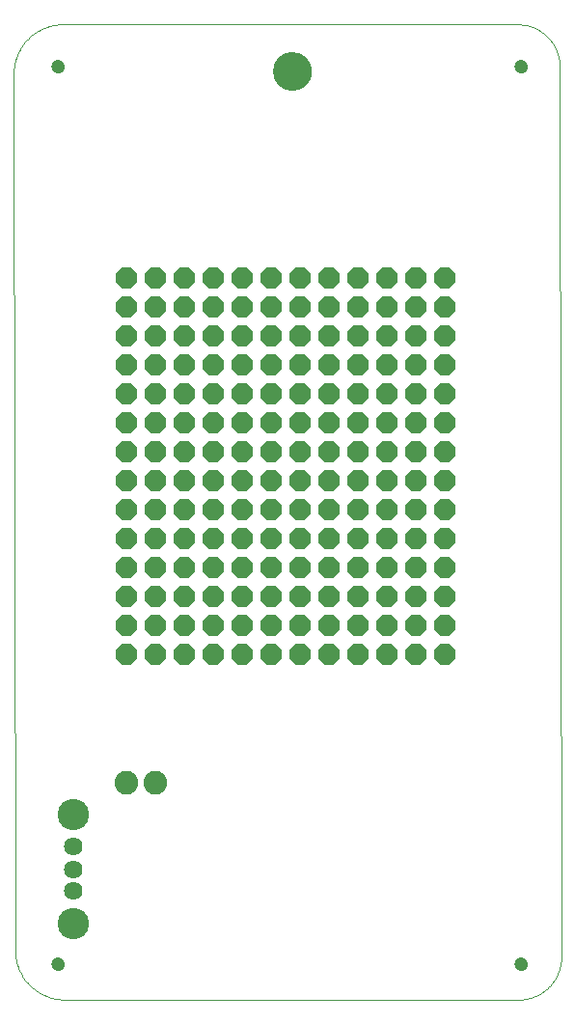
<source format=gbs>
G75*
%MOIN*%
%OFA0B0*%
%FSLAX25Y25*%
%IPPOS*%
%LPD*%
%AMOC8*
5,1,8,0,0,1.08239X$1,22.5*
%
%ADD10C,0.00000*%
%ADD11C,0.13398*%
%ADD12C,0.04737*%
%ADD13C,0.08200*%
%ADD14OC8,0.07100*%
%ADD15C,0.06400*%
%ADD16C,0.10800*%
D10*
X0008809Y0018071D02*
X0008329Y0320837D01*
X0021632Y0323269D02*
X0021634Y0323357D01*
X0021640Y0323445D01*
X0021650Y0323533D01*
X0021664Y0323621D01*
X0021681Y0323707D01*
X0021703Y0323793D01*
X0021728Y0323877D01*
X0021758Y0323961D01*
X0021790Y0324043D01*
X0021827Y0324123D01*
X0021867Y0324202D01*
X0021911Y0324279D01*
X0021958Y0324354D01*
X0022008Y0324426D01*
X0022062Y0324497D01*
X0022118Y0324564D01*
X0022178Y0324630D01*
X0022240Y0324692D01*
X0022306Y0324752D01*
X0022373Y0324808D01*
X0022444Y0324862D01*
X0022516Y0324912D01*
X0022591Y0324959D01*
X0022668Y0325003D01*
X0022747Y0325043D01*
X0022827Y0325080D01*
X0022909Y0325112D01*
X0022993Y0325142D01*
X0023077Y0325167D01*
X0023163Y0325189D01*
X0023249Y0325206D01*
X0023337Y0325220D01*
X0023425Y0325230D01*
X0023513Y0325236D01*
X0023601Y0325238D01*
X0023689Y0325236D01*
X0023777Y0325230D01*
X0023865Y0325220D01*
X0023953Y0325206D01*
X0024039Y0325189D01*
X0024125Y0325167D01*
X0024209Y0325142D01*
X0024293Y0325112D01*
X0024375Y0325080D01*
X0024455Y0325043D01*
X0024534Y0325003D01*
X0024611Y0324959D01*
X0024686Y0324912D01*
X0024758Y0324862D01*
X0024829Y0324808D01*
X0024896Y0324752D01*
X0024962Y0324692D01*
X0025024Y0324630D01*
X0025084Y0324564D01*
X0025140Y0324497D01*
X0025194Y0324426D01*
X0025244Y0324354D01*
X0025291Y0324279D01*
X0025335Y0324202D01*
X0025375Y0324123D01*
X0025412Y0324043D01*
X0025444Y0323961D01*
X0025474Y0323877D01*
X0025499Y0323793D01*
X0025521Y0323707D01*
X0025538Y0323621D01*
X0025552Y0323533D01*
X0025562Y0323445D01*
X0025568Y0323357D01*
X0025570Y0323269D01*
X0025568Y0323181D01*
X0025562Y0323093D01*
X0025552Y0323005D01*
X0025538Y0322917D01*
X0025521Y0322831D01*
X0025499Y0322745D01*
X0025474Y0322661D01*
X0025444Y0322577D01*
X0025412Y0322495D01*
X0025375Y0322415D01*
X0025335Y0322336D01*
X0025291Y0322259D01*
X0025244Y0322184D01*
X0025194Y0322112D01*
X0025140Y0322041D01*
X0025084Y0321974D01*
X0025024Y0321908D01*
X0024962Y0321846D01*
X0024896Y0321786D01*
X0024829Y0321730D01*
X0024758Y0321676D01*
X0024686Y0321626D01*
X0024611Y0321579D01*
X0024534Y0321535D01*
X0024455Y0321495D01*
X0024375Y0321458D01*
X0024293Y0321426D01*
X0024209Y0321396D01*
X0024125Y0321371D01*
X0024039Y0321349D01*
X0023953Y0321332D01*
X0023865Y0321318D01*
X0023777Y0321308D01*
X0023689Y0321302D01*
X0023601Y0321300D01*
X0023513Y0321302D01*
X0023425Y0321308D01*
X0023337Y0321318D01*
X0023249Y0321332D01*
X0023163Y0321349D01*
X0023077Y0321371D01*
X0022993Y0321396D01*
X0022909Y0321426D01*
X0022827Y0321458D01*
X0022747Y0321495D01*
X0022668Y0321535D01*
X0022591Y0321579D01*
X0022516Y0321626D01*
X0022444Y0321676D01*
X0022373Y0321730D01*
X0022306Y0321786D01*
X0022240Y0321846D01*
X0022178Y0321908D01*
X0022118Y0321974D01*
X0022062Y0322041D01*
X0022008Y0322112D01*
X0021958Y0322184D01*
X0021911Y0322259D01*
X0021867Y0322336D01*
X0021827Y0322415D01*
X0021790Y0322495D01*
X0021758Y0322577D01*
X0021728Y0322661D01*
X0021703Y0322745D01*
X0021681Y0322831D01*
X0021664Y0322917D01*
X0021650Y0323005D01*
X0021640Y0323093D01*
X0021634Y0323181D01*
X0021632Y0323269D01*
X0008329Y0320837D02*
X0008334Y0321248D01*
X0008349Y0321659D01*
X0008374Y0322069D01*
X0008408Y0322478D01*
X0008453Y0322887D01*
X0008507Y0323294D01*
X0008572Y0323700D01*
X0008646Y0324104D01*
X0008730Y0324506D01*
X0008823Y0324906D01*
X0008926Y0325304D01*
X0009039Y0325699D01*
X0009161Y0326092D01*
X0009293Y0326481D01*
X0009434Y0326867D01*
X0009584Y0327249D01*
X0009744Y0327628D01*
X0009913Y0328003D01*
X0010090Y0328373D01*
X0010277Y0328739D01*
X0010472Y0329101D01*
X0010676Y0329457D01*
X0010889Y0329809D01*
X0011110Y0330155D01*
X0011339Y0330496D01*
X0011576Y0330832D01*
X0011822Y0331161D01*
X0012075Y0331485D01*
X0012337Y0331802D01*
X0012605Y0332113D01*
X0012882Y0332417D01*
X0013165Y0332714D01*
X0013456Y0333005D01*
X0013753Y0333288D01*
X0014057Y0333565D01*
X0014368Y0333833D01*
X0014685Y0334095D01*
X0015009Y0334348D01*
X0015338Y0334594D01*
X0015674Y0334831D01*
X0016015Y0335060D01*
X0016361Y0335281D01*
X0016713Y0335494D01*
X0017069Y0335698D01*
X0017431Y0335893D01*
X0017797Y0336080D01*
X0018167Y0336257D01*
X0018542Y0336426D01*
X0018921Y0336586D01*
X0019303Y0336736D01*
X0019689Y0336877D01*
X0020078Y0337009D01*
X0020471Y0337131D01*
X0020866Y0337244D01*
X0021264Y0337347D01*
X0021664Y0337440D01*
X0022066Y0337524D01*
X0022470Y0337598D01*
X0022876Y0337663D01*
X0023283Y0337717D01*
X0023692Y0337762D01*
X0024101Y0337796D01*
X0024511Y0337821D01*
X0024922Y0337836D01*
X0025333Y0337841D01*
X0182309Y0337841D01*
X0181632Y0323269D02*
X0181634Y0323357D01*
X0181640Y0323445D01*
X0181650Y0323533D01*
X0181664Y0323621D01*
X0181681Y0323707D01*
X0181703Y0323793D01*
X0181728Y0323877D01*
X0181758Y0323961D01*
X0181790Y0324043D01*
X0181827Y0324123D01*
X0181867Y0324202D01*
X0181911Y0324279D01*
X0181958Y0324354D01*
X0182008Y0324426D01*
X0182062Y0324497D01*
X0182118Y0324564D01*
X0182178Y0324630D01*
X0182240Y0324692D01*
X0182306Y0324752D01*
X0182373Y0324808D01*
X0182444Y0324862D01*
X0182516Y0324912D01*
X0182591Y0324959D01*
X0182668Y0325003D01*
X0182747Y0325043D01*
X0182827Y0325080D01*
X0182909Y0325112D01*
X0182993Y0325142D01*
X0183077Y0325167D01*
X0183163Y0325189D01*
X0183249Y0325206D01*
X0183337Y0325220D01*
X0183425Y0325230D01*
X0183513Y0325236D01*
X0183601Y0325238D01*
X0183689Y0325236D01*
X0183777Y0325230D01*
X0183865Y0325220D01*
X0183953Y0325206D01*
X0184039Y0325189D01*
X0184125Y0325167D01*
X0184209Y0325142D01*
X0184293Y0325112D01*
X0184375Y0325080D01*
X0184455Y0325043D01*
X0184534Y0325003D01*
X0184611Y0324959D01*
X0184686Y0324912D01*
X0184758Y0324862D01*
X0184829Y0324808D01*
X0184896Y0324752D01*
X0184962Y0324692D01*
X0185024Y0324630D01*
X0185084Y0324564D01*
X0185140Y0324497D01*
X0185194Y0324426D01*
X0185244Y0324354D01*
X0185291Y0324279D01*
X0185335Y0324202D01*
X0185375Y0324123D01*
X0185412Y0324043D01*
X0185444Y0323961D01*
X0185474Y0323877D01*
X0185499Y0323793D01*
X0185521Y0323707D01*
X0185538Y0323621D01*
X0185552Y0323533D01*
X0185562Y0323445D01*
X0185568Y0323357D01*
X0185570Y0323269D01*
X0185568Y0323181D01*
X0185562Y0323093D01*
X0185552Y0323005D01*
X0185538Y0322917D01*
X0185521Y0322831D01*
X0185499Y0322745D01*
X0185474Y0322661D01*
X0185444Y0322577D01*
X0185412Y0322495D01*
X0185375Y0322415D01*
X0185335Y0322336D01*
X0185291Y0322259D01*
X0185244Y0322184D01*
X0185194Y0322112D01*
X0185140Y0322041D01*
X0185084Y0321974D01*
X0185024Y0321908D01*
X0184962Y0321846D01*
X0184896Y0321786D01*
X0184829Y0321730D01*
X0184758Y0321676D01*
X0184686Y0321626D01*
X0184611Y0321579D01*
X0184534Y0321535D01*
X0184455Y0321495D01*
X0184375Y0321458D01*
X0184293Y0321426D01*
X0184209Y0321396D01*
X0184125Y0321371D01*
X0184039Y0321349D01*
X0183953Y0321332D01*
X0183865Y0321318D01*
X0183777Y0321308D01*
X0183689Y0321302D01*
X0183601Y0321300D01*
X0183513Y0321302D01*
X0183425Y0321308D01*
X0183337Y0321318D01*
X0183249Y0321332D01*
X0183163Y0321349D01*
X0183077Y0321371D01*
X0182993Y0321396D01*
X0182909Y0321426D01*
X0182827Y0321458D01*
X0182747Y0321495D01*
X0182668Y0321535D01*
X0182591Y0321579D01*
X0182516Y0321626D01*
X0182444Y0321676D01*
X0182373Y0321730D01*
X0182306Y0321786D01*
X0182240Y0321846D01*
X0182178Y0321908D01*
X0182118Y0321974D01*
X0182062Y0322041D01*
X0182008Y0322112D01*
X0181958Y0322184D01*
X0181911Y0322259D01*
X0181867Y0322336D01*
X0181827Y0322415D01*
X0181790Y0322495D01*
X0181758Y0322577D01*
X0181728Y0322661D01*
X0181703Y0322745D01*
X0181681Y0322831D01*
X0181664Y0322917D01*
X0181650Y0323005D01*
X0181640Y0323093D01*
X0181634Y0323181D01*
X0181632Y0323269D01*
X0182309Y0337841D02*
X0182665Y0337837D01*
X0183020Y0337824D01*
X0183375Y0337802D01*
X0183730Y0337772D01*
X0184083Y0337734D01*
X0184436Y0337687D01*
X0184787Y0337631D01*
X0185137Y0337567D01*
X0185486Y0337494D01*
X0185832Y0337413D01*
X0186176Y0337324D01*
X0186518Y0337226D01*
X0186858Y0337121D01*
X0187195Y0337006D01*
X0187529Y0336884D01*
X0187860Y0336754D01*
X0188188Y0336616D01*
X0188512Y0336470D01*
X0188833Y0336316D01*
X0189150Y0336155D01*
X0189463Y0335986D01*
X0189772Y0335809D01*
X0190076Y0335625D01*
X0190376Y0335434D01*
X0190671Y0335235D01*
X0190962Y0335030D01*
X0191247Y0334817D01*
X0191527Y0334598D01*
X0191802Y0334371D01*
X0192071Y0334139D01*
X0192334Y0333900D01*
X0192592Y0333654D01*
X0192843Y0333403D01*
X0193089Y0333145D01*
X0193328Y0332882D01*
X0193560Y0332613D01*
X0193787Y0332338D01*
X0194006Y0332058D01*
X0194219Y0331773D01*
X0194424Y0331482D01*
X0194623Y0331187D01*
X0194814Y0330887D01*
X0194998Y0330583D01*
X0195175Y0330274D01*
X0195344Y0329961D01*
X0195505Y0329644D01*
X0195659Y0329323D01*
X0195805Y0328999D01*
X0195943Y0328671D01*
X0196073Y0328340D01*
X0196195Y0328006D01*
X0196310Y0327669D01*
X0196415Y0327329D01*
X0196513Y0326987D01*
X0196602Y0326643D01*
X0196683Y0326297D01*
X0196756Y0325948D01*
X0196820Y0325598D01*
X0196876Y0325247D01*
X0196923Y0324894D01*
X0196961Y0324541D01*
X0196991Y0324186D01*
X0197013Y0323831D01*
X0197026Y0323476D01*
X0197030Y0323120D01*
X0197510Y0015784D01*
X0181609Y0013209D02*
X0181611Y0013297D01*
X0181617Y0013385D01*
X0181627Y0013473D01*
X0181641Y0013561D01*
X0181658Y0013647D01*
X0181680Y0013733D01*
X0181705Y0013817D01*
X0181735Y0013901D01*
X0181767Y0013983D01*
X0181804Y0014063D01*
X0181844Y0014142D01*
X0181888Y0014219D01*
X0181935Y0014294D01*
X0181985Y0014366D01*
X0182039Y0014437D01*
X0182095Y0014504D01*
X0182155Y0014570D01*
X0182217Y0014632D01*
X0182283Y0014692D01*
X0182350Y0014748D01*
X0182421Y0014802D01*
X0182493Y0014852D01*
X0182568Y0014899D01*
X0182645Y0014943D01*
X0182724Y0014983D01*
X0182804Y0015020D01*
X0182886Y0015052D01*
X0182970Y0015082D01*
X0183054Y0015107D01*
X0183140Y0015129D01*
X0183226Y0015146D01*
X0183314Y0015160D01*
X0183402Y0015170D01*
X0183490Y0015176D01*
X0183578Y0015178D01*
X0183666Y0015176D01*
X0183754Y0015170D01*
X0183842Y0015160D01*
X0183930Y0015146D01*
X0184016Y0015129D01*
X0184102Y0015107D01*
X0184186Y0015082D01*
X0184270Y0015052D01*
X0184352Y0015020D01*
X0184432Y0014983D01*
X0184511Y0014943D01*
X0184588Y0014899D01*
X0184663Y0014852D01*
X0184735Y0014802D01*
X0184806Y0014748D01*
X0184873Y0014692D01*
X0184939Y0014632D01*
X0185001Y0014570D01*
X0185061Y0014504D01*
X0185117Y0014437D01*
X0185171Y0014366D01*
X0185221Y0014294D01*
X0185268Y0014219D01*
X0185312Y0014142D01*
X0185352Y0014063D01*
X0185389Y0013983D01*
X0185421Y0013901D01*
X0185451Y0013817D01*
X0185476Y0013733D01*
X0185498Y0013647D01*
X0185515Y0013561D01*
X0185529Y0013473D01*
X0185539Y0013385D01*
X0185545Y0013297D01*
X0185547Y0013209D01*
X0185545Y0013121D01*
X0185539Y0013033D01*
X0185529Y0012945D01*
X0185515Y0012857D01*
X0185498Y0012771D01*
X0185476Y0012685D01*
X0185451Y0012601D01*
X0185421Y0012517D01*
X0185389Y0012435D01*
X0185352Y0012355D01*
X0185312Y0012276D01*
X0185268Y0012199D01*
X0185221Y0012124D01*
X0185171Y0012052D01*
X0185117Y0011981D01*
X0185061Y0011914D01*
X0185001Y0011848D01*
X0184939Y0011786D01*
X0184873Y0011726D01*
X0184806Y0011670D01*
X0184735Y0011616D01*
X0184663Y0011566D01*
X0184588Y0011519D01*
X0184511Y0011475D01*
X0184432Y0011435D01*
X0184352Y0011398D01*
X0184270Y0011366D01*
X0184186Y0011336D01*
X0184102Y0011311D01*
X0184016Y0011289D01*
X0183930Y0011272D01*
X0183842Y0011258D01*
X0183754Y0011248D01*
X0183666Y0011242D01*
X0183578Y0011240D01*
X0183490Y0011242D01*
X0183402Y0011248D01*
X0183314Y0011258D01*
X0183226Y0011272D01*
X0183140Y0011289D01*
X0183054Y0011311D01*
X0182970Y0011336D01*
X0182886Y0011366D01*
X0182804Y0011398D01*
X0182724Y0011435D01*
X0182645Y0011475D01*
X0182568Y0011519D01*
X0182493Y0011566D01*
X0182421Y0011616D01*
X0182350Y0011670D01*
X0182283Y0011726D01*
X0182217Y0011786D01*
X0182155Y0011848D01*
X0182095Y0011914D01*
X0182039Y0011981D01*
X0181985Y0012052D01*
X0181935Y0012124D01*
X0181888Y0012199D01*
X0181844Y0012276D01*
X0181804Y0012355D01*
X0181767Y0012435D01*
X0181735Y0012517D01*
X0181705Y0012601D01*
X0181680Y0012685D01*
X0181658Y0012771D01*
X0181641Y0012857D01*
X0181627Y0012945D01*
X0181617Y0013033D01*
X0181611Y0013121D01*
X0181609Y0013209D01*
X0182726Y0001000D02*
X0183083Y0001004D01*
X0183440Y0001017D01*
X0183797Y0001039D01*
X0184153Y0001069D01*
X0184508Y0001108D01*
X0184862Y0001155D01*
X0185215Y0001211D01*
X0185566Y0001275D01*
X0185916Y0001348D01*
X0186264Y0001430D01*
X0186610Y0001519D01*
X0186953Y0001617D01*
X0187295Y0001724D01*
X0187633Y0001838D01*
X0187968Y0001961D01*
X0188301Y0002091D01*
X0188630Y0002230D01*
X0188956Y0002377D01*
X0189278Y0002531D01*
X0189596Y0002693D01*
X0189911Y0002863D01*
X0190221Y0003041D01*
X0190527Y0003225D01*
X0190828Y0003418D01*
X0191124Y0003617D01*
X0191416Y0003823D01*
X0191702Y0004037D01*
X0191984Y0004257D01*
X0192259Y0004484D01*
X0192530Y0004718D01*
X0192794Y0004958D01*
X0193053Y0005205D01*
X0193305Y0005457D01*
X0193552Y0005716D01*
X0193792Y0005980D01*
X0194026Y0006251D01*
X0194253Y0006526D01*
X0194473Y0006808D01*
X0194687Y0007094D01*
X0194893Y0007386D01*
X0195092Y0007682D01*
X0195285Y0007983D01*
X0195469Y0008289D01*
X0195647Y0008599D01*
X0195817Y0008914D01*
X0195979Y0009232D01*
X0196133Y0009554D01*
X0196280Y0009880D01*
X0196419Y0010209D01*
X0196549Y0010542D01*
X0196672Y0010877D01*
X0196786Y0011215D01*
X0196893Y0011557D01*
X0196991Y0011900D01*
X0197080Y0012246D01*
X0197162Y0012594D01*
X0197235Y0012944D01*
X0197299Y0013295D01*
X0197355Y0013648D01*
X0197402Y0014002D01*
X0197441Y0014357D01*
X0197471Y0014713D01*
X0197493Y0015070D01*
X0197506Y0015427D01*
X0197510Y0015784D01*
X0182726Y0001000D02*
X0025880Y0001000D01*
X0021609Y0013209D02*
X0021611Y0013297D01*
X0021617Y0013385D01*
X0021627Y0013473D01*
X0021641Y0013561D01*
X0021658Y0013647D01*
X0021680Y0013733D01*
X0021705Y0013817D01*
X0021735Y0013901D01*
X0021767Y0013983D01*
X0021804Y0014063D01*
X0021844Y0014142D01*
X0021888Y0014219D01*
X0021935Y0014294D01*
X0021985Y0014366D01*
X0022039Y0014437D01*
X0022095Y0014504D01*
X0022155Y0014570D01*
X0022217Y0014632D01*
X0022283Y0014692D01*
X0022350Y0014748D01*
X0022421Y0014802D01*
X0022493Y0014852D01*
X0022568Y0014899D01*
X0022645Y0014943D01*
X0022724Y0014983D01*
X0022804Y0015020D01*
X0022886Y0015052D01*
X0022970Y0015082D01*
X0023054Y0015107D01*
X0023140Y0015129D01*
X0023226Y0015146D01*
X0023314Y0015160D01*
X0023402Y0015170D01*
X0023490Y0015176D01*
X0023578Y0015178D01*
X0023666Y0015176D01*
X0023754Y0015170D01*
X0023842Y0015160D01*
X0023930Y0015146D01*
X0024016Y0015129D01*
X0024102Y0015107D01*
X0024186Y0015082D01*
X0024270Y0015052D01*
X0024352Y0015020D01*
X0024432Y0014983D01*
X0024511Y0014943D01*
X0024588Y0014899D01*
X0024663Y0014852D01*
X0024735Y0014802D01*
X0024806Y0014748D01*
X0024873Y0014692D01*
X0024939Y0014632D01*
X0025001Y0014570D01*
X0025061Y0014504D01*
X0025117Y0014437D01*
X0025171Y0014366D01*
X0025221Y0014294D01*
X0025268Y0014219D01*
X0025312Y0014142D01*
X0025352Y0014063D01*
X0025389Y0013983D01*
X0025421Y0013901D01*
X0025451Y0013817D01*
X0025476Y0013733D01*
X0025498Y0013647D01*
X0025515Y0013561D01*
X0025529Y0013473D01*
X0025539Y0013385D01*
X0025545Y0013297D01*
X0025547Y0013209D01*
X0025545Y0013121D01*
X0025539Y0013033D01*
X0025529Y0012945D01*
X0025515Y0012857D01*
X0025498Y0012771D01*
X0025476Y0012685D01*
X0025451Y0012601D01*
X0025421Y0012517D01*
X0025389Y0012435D01*
X0025352Y0012355D01*
X0025312Y0012276D01*
X0025268Y0012199D01*
X0025221Y0012124D01*
X0025171Y0012052D01*
X0025117Y0011981D01*
X0025061Y0011914D01*
X0025001Y0011848D01*
X0024939Y0011786D01*
X0024873Y0011726D01*
X0024806Y0011670D01*
X0024735Y0011616D01*
X0024663Y0011566D01*
X0024588Y0011519D01*
X0024511Y0011475D01*
X0024432Y0011435D01*
X0024352Y0011398D01*
X0024270Y0011366D01*
X0024186Y0011336D01*
X0024102Y0011311D01*
X0024016Y0011289D01*
X0023930Y0011272D01*
X0023842Y0011258D01*
X0023754Y0011248D01*
X0023666Y0011242D01*
X0023578Y0011240D01*
X0023490Y0011242D01*
X0023402Y0011248D01*
X0023314Y0011258D01*
X0023226Y0011272D01*
X0023140Y0011289D01*
X0023054Y0011311D01*
X0022970Y0011336D01*
X0022886Y0011366D01*
X0022804Y0011398D01*
X0022724Y0011435D01*
X0022645Y0011475D01*
X0022568Y0011519D01*
X0022493Y0011566D01*
X0022421Y0011616D01*
X0022350Y0011670D01*
X0022283Y0011726D01*
X0022217Y0011786D01*
X0022155Y0011848D01*
X0022095Y0011914D01*
X0022039Y0011981D01*
X0021985Y0012052D01*
X0021935Y0012124D01*
X0021888Y0012199D01*
X0021844Y0012276D01*
X0021804Y0012355D01*
X0021767Y0012435D01*
X0021735Y0012517D01*
X0021705Y0012601D01*
X0021680Y0012685D01*
X0021658Y0012771D01*
X0021641Y0012857D01*
X0021627Y0012945D01*
X0021617Y0013033D01*
X0021611Y0013121D01*
X0021609Y0013209D01*
X0025880Y0001000D02*
X0025468Y0001005D01*
X0025055Y0001020D01*
X0024643Y0001045D01*
X0024232Y0001080D01*
X0023822Y0001124D01*
X0023413Y0001179D01*
X0023006Y0001244D01*
X0022600Y0001318D01*
X0022196Y0001402D01*
X0021795Y0001496D01*
X0021395Y0001600D01*
X0020999Y0001713D01*
X0020605Y0001836D01*
X0020214Y0001968D01*
X0019827Y0002109D01*
X0019443Y0002260D01*
X0019062Y0002420D01*
X0018686Y0002590D01*
X0018314Y0002768D01*
X0017947Y0002955D01*
X0017584Y0003151D01*
X0017226Y0003356D01*
X0016873Y0003570D01*
X0016525Y0003792D01*
X0016183Y0004022D01*
X0015846Y0004260D01*
X0015515Y0004507D01*
X0015190Y0004761D01*
X0014872Y0005023D01*
X0014560Y0005293D01*
X0014254Y0005570D01*
X0013956Y0005855D01*
X0013664Y0006147D01*
X0013379Y0006445D01*
X0013102Y0006751D01*
X0012832Y0007063D01*
X0012570Y0007381D01*
X0012316Y0007706D01*
X0012069Y0008037D01*
X0011831Y0008374D01*
X0011601Y0008716D01*
X0011379Y0009064D01*
X0011165Y0009417D01*
X0010960Y0009775D01*
X0010764Y0010138D01*
X0010577Y0010505D01*
X0010399Y0010877D01*
X0010229Y0011253D01*
X0010069Y0011634D01*
X0009918Y0012018D01*
X0009777Y0012405D01*
X0009645Y0012796D01*
X0009522Y0013190D01*
X0009409Y0013586D01*
X0009305Y0013986D01*
X0009211Y0014387D01*
X0009127Y0014791D01*
X0009053Y0015197D01*
X0008988Y0015604D01*
X0008933Y0016013D01*
X0008889Y0016423D01*
X0008854Y0016834D01*
X0008829Y0017246D01*
X0008814Y0017659D01*
X0008809Y0018071D01*
X0098410Y0321609D02*
X0098412Y0321767D01*
X0098418Y0321925D01*
X0098428Y0322083D01*
X0098442Y0322241D01*
X0098460Y0322398D01*
X0098481Y0322555D01*
X0098507Y0322711D01*
X0098537Y0322867D01*
X0098570Y0323022D01*
X0098608Y0323175D01*
X0098649Y0323328D01*
X0098694Y0323480D01*
X0098743Y0323631D01*
X0098796Y0323780D01*
X0098852Y0323928D01*
X0098912Y0324074D01*
X0098976Y0324219D01*
X0099044Y0324362D01*
X0099115Y0324504D01*
X0099189Y0324644D01*
X0099267Y0324781D01*
X0099349Y0324917D01*
X0099433Y0325051D01*
X0099522Y0325182D01*
X0099613Y0325311D01*
X0099708Y0325438D01*
X0099805Y0325563D01*
X0099906Y0325685D01*
X0100010Y0325804D01*
X0100117Y0325921D01*
X0100227Y0326035D01*
X0100340Y0326146D01*
X0100455Y0326255D01*
X0100573Y0326360D01*
X0100694Y0326462D01*
X0100817Y0326562D01*
X0100943Y0326658D01*
X0101071Y0326751D01*
X0101201Y0326841D01*
X0101334Y0326927D01*
X0101469Y0327011D01*
X0101605Y0327090D01*
X0101744Y0327167D01*
X0101885Y0327239D01*
X0102027Y0327309D01*
X0102171Y0327374D01*
X0102317Y0327436D01*
X0102464Y0327494D01*
X0102613Y0327549D01*
X0102763Y0327600D01*
X0102914Y0327647D01*
X0103066Y0327690D01*
X0103219Y0327729D01*
X0103374Y0327765D01*
X0103529Y0327796D01*
X0103685Y0327824D01*
X0103841Y0327848D01*
X0103998Y0327868D01*
X0104156Y0327884D01*
X0104313Y0327896D01*
X0104472Y0327904D01*
X0104630Y0327908D01*
X0104788Y0327908D01*
X0104946Y0327904D01*
X0105105Y0327896D01*
X0105262Y0327884D01*
X0105420Y0327868D01*
X0105577Y0327848D01*
X0105733Y0327824D01*
X0105889Y0327796D01*
X0106044Y0327765D01*
X0106199Y0327729D01*
X0106352Y0327690D01*
X0106504Y0327647D01*
X0106655Y0327600D01*
X0106805Y0327549D01*
X0106954Y0327494D01*
X0107101Y0327436D01*
X0107247Y0327374D01*
X0107391Y0327309D01*
X0107533Y0327239D01*
X0107674Y0327167D01*
X0107813Y0327090D01*
X0107949Y0327011D01*
X0108084Y0326927D01*
X0108217Y0326841D01*
X0108347Y0326751D01*
X0108475Y0326658D01*
X0108601Y0326562D01*
X0108724Y0326462D01*
X0108845Y0326360D01*
X0108963Y0326255D01*
X0109078Y0326146D01*
X0109191Y0326035D01*
X0109301Y0325921D01*
X0109408Y0325804D01*
X0109512Y0325685D01*
X0109613Y0325563D01*
X0109710Y0325438D01*
X0109805Y0325311D01*
X0109896Y0325182D01*
X0109985Y0325051D01*
X0110069Y0324917D01*
X0110151Y0324781D01*
X0110229Y0324644D01*
X0110303Y0324504D01*
X0110374Y0324362D01*
X0110442Y0324219D01*
X0110506Y0324074D01*
X0110566Y0323928D01*
X0110622Y0323780D01*
X0110675Y0323631D01*
X0110724Y0323480D01*
X0110769Y0323328D01*
X0110810Y0323175D01*
X0110848Y0323022D01*
X0110881Y0322867D01*
X0110911Y0322711D01*
X0110937Y0322555D01*
X0110958Y0322398D01*
X0110976Y0322241D01*
X0110990Y0322083D01*
X0111000Y0321925D01*
X0111006Y0321767D01*
X0111008Y0321609D01*
X0111006Y0321451D01*
X0111000Y0321293D01*
X0110990Y0321135D01*
X0110976Y0320977D01*
X0110958Y0320820D01*
X0110937Y0320663D01*
X0110911Y0320507D01*
X0110881Y0320351D01*
X0110848Y0320196D01*
X0110810Y0320043D01*
X0110769Y0319890D01*
X0110724Y0319738D01*
X0110675Y0319587D01*
X0110622Y0319438D01*
X0110566Y0319290D01*
X0110506Y0319144D01*
X0110442Y0318999D01*
X0110374Y0318856D01*
X0110303Y0318714D01*
X0110229Y0318574D01*
X0110151Y0318437D01*
X0110069Y0318301D01*
X0109985Y0318167D01*
X0109896Y0318036D01*
X0109805Y0317907D01*
X0109710Y0317780D01*
X0109613Y0317655D01*
X0109512Y0317533D01*
X0109408Y0317414D01*
X0109301Y0317297D01*
X0109191Y0317183D01*
X0109078Y0317072D01*
X0108963Y0316963D01*
X0108845Y0316858D01*
X0108724Y0316756D01*
X0108601Y0316656D01*
X0108475Y0316560D01*
X0108347Y0316467D01*
X0108217Y0316377D01*
X0108084Y0316291D01*
X0107949Y0316207D01*
X0107813Y0316128D01*
X0107674Y0316051D01*
X0107533Y0315979D01*
X0107391Y0315909D01*
X0107247Y0315844D01*
X0107101Y0315782D01*
X0106954Y0315724D01*
X0106805Y0315669D01*
X0106655Y0315618D01*
X0106504Y0315571D01*
X0106352Y0315528D01*
X0106199Y0315489D01*
X0106044Y0315453D01*
X0105889Y0315422D01*
X0105733Y0315394D01*
X0105577Y0315370D01*
X0105420Y0315350D01*
X0105262Y0315334D01*
X0105105Y0315322D01*
X0104946Y0315314D01*
X0104788Y0315310D01*
X0104630Y0315310D01*
X0104472Y0315314D01*
X0104313Y0315322D01*
X0104156Y0315334D01*
X0103998Y0315350D01*
X0103841Y0315370D01*
X0103685Y0315394D01*
X0103529Y0315422D01*
X0103374Y0315453D01*
X0103219Y0315489D01*
X0103066Y0315528D01*
X0102914Y0315571D01*
X0102763Y0315618D01*
X0102613Y0315669D01*
X0102464Y0315724D01*
X0102317Y0315782D01*
X0102171Y0315844D01*
X0102027Y0315909D01*
X0101885Y0315979D01*
X0101744Y0316051D01*
X0101605Y0316128D01*
X0101469Y0316207D01*
X0101334Y0316291D01*
X0101201Y0316377D01*
X0101071Y0316467D01*
X0100943Y0316560D01*
X0100817Y0316656D01*
X0100694Y0316756D01*
X0100573Y0316858D01*
X0100455Y0316963D01*
X0100340Y0317072D01*
X0100227Y0317183D01*
X0100117Y0317297D01*
X0100010Y0317414D01*
X0099906Y0317533D01*
X0099805Y0317655D01*
X0099708Y0317780D01*
X0099613Y0317907D01*
X0099522Y0318036D01*
X0099433Y0318167D01*
X0099349Y0318301D01*
X0099267Y0318437D01*
X0099189Y0318574D01*
X0099115Y0318714D01*
X0099044Y0318856D01*
X0098976Y0318999D01*
X0098912Y0319144D01*
X0098852Y0319290D01*
X0098796Y0319438D01*
X0098743Y0319587D01*
X0098694Y0319738D01*
X0098649Y0319890D01*
X0098608Y0320043D01*
X0098570Y0320196D01*
X0098537Y0320351D01*
X0098507Y0320507D01*
X0098481Y0320663D01*
X0098460Y0320820D01*
X0098442Y0320977D01*
X0098428Y0321135D01*
X0098418Y0321293D01*
X0098412Y0321451D01*
X0098410Y0321609D01*
D11*
X0104709Y0321609D03*
D12*
X0183601Y0323269D03*
X0023601Y0323269D03*
X0023578Y0013209D03*
X0183578Y0013209D03*
D13*
X0057169Y0076000D03*
X0047169Y0076000D03*
D14*
X0047169Y0120200D03*
X0047169Y0130200D03*
X0047169Y0140200D03*
X0047169Y0150200D03*
X0047169Y0160200D03*
X0047169Y0170200D03*
X0047169Y0180200D03*
X0047169Y0190200D03*
X0047169Y0200200D03*
X0047169Y0210200D03*
X0047169Y0220200D03*
X0047169Y0230200D03*
X0047169Y0240200D03*
X0047169Y0250200D03*
X0057169Y0250200D03*
X0057169Y0240200D03*
X0057169Y0230200D03*
X0057169Y0220200D03*
X0057169Y0210200D03*
X0057169Y0200200D03*
X0057169Y0190200D03*
X0057169Y0180200D03*
X0057169Y0170200D03*
X0057169Y0160200D03*
X0057169Y0150200D03*
X0057169Y0140200D03*
X0057169Y0130200D03*
X0057169Y0120200D03*
X0067169Y0120200D03*
X0067169Y0130200D03*
X0067169Y0140200D03*
X0067169Y0150200D03*
X0067169Y0160200D03*
X0067169Y0170200D03*
X0067169Y0180200D03*
X0067169Y0190200D03*
X0067169Y0200200D03*
X0067169Y0210200D03*
X0067169Y0220200D03*
X0067169Y0230200D03*
X0067169Y0240200D03*
X0067169Y0250200D03*
X0077169Y0250200D03*
X0077169Y0240200D03*
X0077169Y0230200D03*
X0077169Y0220200D03*
X0077169Y0210200D03*
X0077169Y0200200D03*
X0077169Y0190200D03*
X0077169Y0180200D03*
X0077169Y0170200D03*
X0077169Y0160200D03*
X0077169Y0150200D03*
X0077169Y0140200D03*
X0077169Y0130200D03*
X0077169Y0120200D03*
X0087169Y0120200D03*
X0087169Y0130200D03*
X0087169Y0140200D03*
X0087169Y0150200D03*
X0087169Y0160200D03*
X0087169Y0170200D03*
X0087169Y0180200D03*
X0087169Y0190200D03*
X0087169Y0200200D03*
X0087169Y0210200D03*
X0087169Y0220200D03*
X0087169Y0230200D03*
X0087169Y0240200D03*
X0087169Y0250200D03*
X0097169Y0250200D03*
X0097169Y0240200D03*
X0097169Y0230200D03*
X0097169Y0220200D03*
X0097169Y0210200D03*
X0097169Y0200200D03*
X0097169Y0190200D03*
X0097169Y0180200D03*
X0097169Y0170200D03*
X0097169Y0160200D03*
X0097169Y0150200D03*
X0097169Y0140200D03*
X0097169Y0130200D03*
X0097169Y0120200D03*
X0107169Y0120200D03*
X0107169Y0130200D03*
X0107169Y0140200D03*
X0107169Y0150200D03*
X0107169Y0160200D03*
X0107169Y0170200D03*
X0107169Y0180200D03*
X0107169Y0190200D03*
X0107169Y0200200D03*
X0107169Y0210200D03*
X0107169Y0220200D03*
X0107169Y0230200D03*
X0107169Y0240200D03*
X0107169Y0250200D03*
X0117169Y0250200D03*
X0117169Y0240200D03*
X0117169Y0230200D03*
X0117169Y0220200D03*
X0117169Y0210200D03*
X0117169Y0200200D03*
X0117169Y0190200D03*
X0117169Y0180200D03*
X0117169Y0170200D03*
X0117169Y0160200D03*
X0117169Y0150200D03*
X0117169Y0140200D03*
X0117169Y0130200D03*
X0117169Y0120200D03*
X0127169Y0120200D03*
X0127169Y0130200D03*
X0127169Y0140200D03*
X0127169Y0150200D03*
X0127169Y0160200D03*
X0127169Y0170200D03*
X0127169Y0180200D03*
X0127169Y0190200D03*
X0127169Y0200200D03*
X0127169Y0210200D03*
X0127169Y0220200D03*
X0127169Y0230200D03*
X0127169Y0240200D03*
X0127169Y0250200D03*
X0137169Y0250200D03*
X0137169Y0240200D03*
X0137169Y0230200D03*
X0137169Y0220200D03*
X0137169Y0210200D03*
X0137169Y0200200D03*
X0137169Y0190200D03*
X0137169Y0180200D03*
X0137169Y0170200D03*
X0137169Y0160200D03*
X0137169Y0150200D03*
X0137169Y0140200D03*
X0137169Y0130200D03*
X0137169Y0120200D03*
X0147169Y0120200D03*
X0147169Y0130200D03*
X0147169Y0140200D03*
X0147169Y0150200D03*
X0147169Y0160200D03*
X0147169Y0170200D03*
X0147169Y0180200D03*
X0147169Y0190200D03*
X0147169Y0200200D03*
X0147169Y0210200D03*
X0147169Y0220200D03*
X0147169Y0230200D03*
X0147169Y0240200D03*
X0147169Y0250200D03*
X0157169Y0250200D03*
X0157169Y0240200D03*
X0157169Y0230200D03*
X0157169Y0220200D03*
X0157169Y0210200D03*
X0157169Y0200200D03*
X0157169Y0190200D03*
X0157169Y0180200D03*
X0157169Y0170200D03*
X0157169Y0160200D03*
X0157169Y0150200D03*
X0157169Y0140200D03*
X0157169Y0130200D03*
X0157169Y0120200D03*
D15*
X0028809Y0053874D03*
X0028809Y0046000D03*
X0028809Y0038520D03*
D16*
X0028809Y0027102D03*
X0028809Y0064898D03*
M02*

</source>
